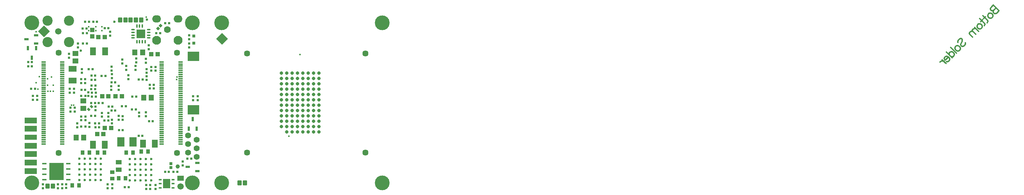
<source format=gbs>
G04 Layer_Color=16711935*
%FSAX24Y24*%
%MOIN*%
G70*
G01*
G75*
%ADD16C,0.0236*%
%ADD17C,0.0394*%
%ADD18R,0.0236X0.0394*%
%ADD19R,0.0244X0.0228*%
%ADD20R,0.0315X0.0315*%
%ADD23R,0.0228X0.0244*%
%ADD24R,0.0354X0.0394*%
%ADD26R,0.0394X0.0394*%
%ADD27R,0.0394X0.0394*%
%ADD30R,0.0244X0.0244*%
%ADD31R,0.0244X0.0244*%
%ADD34R,0.0394X0.0354*%
%ADD39R,0.1181X0.0551*%
%ADD40R,0.1181X0.0512*%
%ADD41R,0.0394X0.0236*%
%ADD58R,0.0748X0.0571*%
%ADD60R,0.0453X0.0571*%
%ADD61R,0.0571X0.0453*%
%ADD65R,0.0571X0.0433*%
%ADD69C,0.0120*%
G04:AMPARAMS|DCode=82|XSize=41.3mil|YSize=49.2mil|CornerRadius=10.3mil|HoleSize=0mil|Usage=FLASHONLY|Rotation=180.000|XOffset=0mil|YOffset=0mil|HoleType=Round|Shape=RoundedRectangle|*
%AMROUNDEDRECTD82*
21,1,0.0413,0.0285,0,0,180.0*
21,1,0.0207,0.0492,0,0,180.0*
1,1,0.0207,-0.0103,0.0143*
1,1,0.0207,0.0103,0.0143*
1,1,0.0207,0.0103,-0.0143*
1,1,0.0207,-0.0103,-0.0143*
%
%ADD82ROUNDEDRECTD82*%
%ADD84C,0.0315*%
%ADD85C,0.1378*%
%ADD86C,0.0591*%
%ADD87C,0.0945*%
%ADD88R,0.1102X0.0866*%
%ADD89C,0.0630*%
%ADD90C,0.0827*%
%ADD91O,0.0827X0.0669*%
%ADD92R,0.0591X0.0512*%
%ADD93C,0.0551*%
%ADD94C,0.0157*%
%ADD116R,0.0669X0.0866*%
%ADD117R,0.0315X0.0157*%
G04:AMPARAMS|DCode=118|XSize=24.4mil|YSize=22.8mil|CornerRadius=0mil|HoleSize=0mil|Usage=FLASHONLY|Rotation=135.000|XOffset=0mil|YOffset=0mil|HoleType=Round|Shape=Rectangle|*
%AMROTATEDRECTD118*
4,1,4,0.0167,-0.0006,0.0006,-0.0167,-0.0167,0.0006,-0.0006,0.0167,0.0167,-0.0006,0.0*
%
%ADD118ROTATEDRECTD118*%

%ADD119R,0.0394X0.0118*%
%ADD120O,0.0394X0.0138*%
%ADD121R,0.0846X0.0846*%
%ADD122O,0.0138X0.0394*%
%ADD123R,0.0413X0.0177*%
%ADD124R,0.1378X0.1614*%
%ADD125P,0.0345X4X270.0*%
%ADD126R,0.0571X0.0748*%
%ADD127R,0.0374X0.0413*%
%ADD128R,0.0413X0.0236*%
%ADD129R,0.0236X0.0413*%
%ADD130R,0.0709X0.0886*%
%ADD131R,0.0283X0.0280*%
%ADD182C,0.0571*%
%ADD183P,0.1114X4X270.0*%
D16*
X018494Y025846D02*
D03*
X015374Y023169D02*
D03*
X021516Y026073D02*
D03*
X015218Y013047D02*
D03*
Y012547D02*
D03*
Y012047D02*
D03*
Y011547D02*
D03*
Y011047D02*
D03*
X015718Y013047D02*
D03*
Y012547D02*
D03*
X015719Y012047D02*
D03*
X015718Y011547D02*
D03*
Y011047D02*
D03*
X016219Y013047D02*
D03*
Y012547D02*
D03*
Y012047D02*
D03*
Y011547D02*
D03*
Y011047D02*
D03*
X016718Y013047D02*
D03*
Y012547D02*
D03*
X016718Y012047D02*
D03*
X016718Y011547D02*
D03*
Y011047D02*
D03*
X017219Y013047D02*
D03*
Y012547D02*
D03*
Y012047D02*
D03*
Y011547D02*
D03*
Y011047D02*
D03*
X019929Y013032D02*
D03*
Y012531D02*
D03*
Y012032D02*
D03*
Y011531D02*
D03*
Y011032D02*
D03*
X020429Y013032D02*
D03*
Y012531D02*
D03*
X020429Y012032D02*
D03*
X020429Y011531D02*
D03*
Y011032D02*
D03*
X020929Y013032D02*
D03*
Y012531D02*
D03*
Y012032D02*
D03*
Y011531D02*
D03*
Y011032D02*
D03*
X021429Y013032D02*
D03*
Y012531D02*
D03*
X021429Y012032D02*
D03*
X021429Y011531D02*
D03*
Y011032D02*
D03*
X021929Y013032D02*
D03*
Y012531D02*
D03*
Y012032D02*
D03*
Y011531D02*
D03*
Y011032D02*
D03*
D17*
X024400Y012333D02*
D03*
D18*
X010433Y023386D02*
D03*
X011181D02*
D03*
X010807Y022480D02*
D03*
D19*
X013234Y010677D02*
D03*
Y010307D02*
D03*
X013622D02*
D03*
X013622Y010677D02*
D03*
X014272Y022502D02*
D03*
Y022872D02*
D03*
X026248Y018520D02*
D03*
Y018890D02*
D03*
X025839Y018890D02*
D03*
Y018520D02*
D03*
X016142Y016035D02*
D03*
Y016406D02*
D03*
X011811Y010667D02*
D03*
Y010297D02*
D03*
X019803Y020864D02*
D03*
Y020494D02*
D03*
X025450Y024219D02*
D03*
Y024589D02*
D03*
X017872Y010301D02*
D03*
Y010671D02*
D03*
X025450Y023841D02*
D03*
X025450Y023471D02*
D03*
X015394Y020127D02*
D03*
X015394Y020497D02*
D03*
X018907Y016685D02*
D03*
Y017055D02*
D03*
D20*
X025907Y023867D02*
D03*
Y024517D02*
D03*
D23*
X021819Y010581D02*
D03*
X021449Y010581D02*
D03*
X023600Y025728D02*
D03*
X023230D02*
D03*
X016311Y017047D02*
D03*
X016681D02*
D03*
X015776Y016063D02*
D03*
X015406D02*
D03*
X016681Y019567D02*
D03*
X016311Y019567D02*
D03*
X025287Y013071D02*
D03*
X025657D02*
D03*
X020500Y017677D02*
D03*
X020130D02*
D03*
X015776Y018937D02*
D03*
X015406D02*
D03*
X023978Y011821D02*
D03*
X024348D02*
D03*
D24*
X015187Y010551D02*
D03*
X014557D02*
D03*
X018878Y011236D02*
D03*
X019508D02*
D03*
D26*
X016417Y024498D02*
D03*
Y025089D02*
D03*
D27*
X016998Y024429D02*
D03*
X017589D02*
D03*
X017470Y015374D02*
D03*
X016880D02*
D03*
X022510Y022835D02*
D03*
X021919D02*
D03*
X019193Y018898D02*
D03*
X018602D02*
D03*
X017343D02*
D03*
X017933D02*
D03*
X017598Y015945D02*
D03*
X018189Y015945D02*
D03*
D30*
X021463Y010243D02*
D03*
X021817D02*
D03*
X015565Y024807D02*
D03*
X015919D02*
D03*
X015531Y025217D02*
D03*
X015886D02*
D03*
X015768Y025856D02*
D03*
X016122D02*
D03*
X015925Y023819D02*
D03*
X015571D02*
D03*
X016511Y025857D02*
D03*
X016866D02*
D03*
X017933Y025276D02*
D03*
X017579D02*
D03*
X022392Y024793D02*
D03*
X022746D02*
D03*
X017923Y016624D02*
D03*
X017569D02*
D03*
X017067Y015984D02*
D03*
X016713D02*
D03*
X016344Y020413D02*
D03*
X016699D02*
D03*
X015774Y019488D02*
D03*
X015419D02*
D03*
X022067Y016575D02*
D03*
X021712D02*
D03*
X020748Y015197D02*
D03*
X021102D02*
D03*
X018209Y020197D02*
D03*
X018563Y020197D02*
D03*
X016693Y016378D02*
D03*
X017047Y016378D02*
D03*
X018917Y015718D02*
D03*
X019272D02*
D03*
X021122Y020472D02*
D03*
X020767Y020472D02*
D03*
X017657Y020787D02*
D03*
X017303Y020787D02*
D03*
X020167Y018858D02*
D03*
X020522D02*
D03*
X016398Y019213D02*
D03*
X016752Y019213D02*
D03*
X017382Y018268D02*
D03*
X017028D02*
D03*
X016338Y018268D02*
D03*
X016693D02*
D03*
X018209Y017559D02*
D03*
X018563D02*
D03*
X016398Y018858D02*
D03*
X016752Y018858D02*
D03*
X016097Y021414D02*
D03*
X016451D02*
D03*
X016344Y020827D02*
D03*
X016699D02*
D03*
X019547Y017953D02*
D03*
X019193Y017953D02*
D03*
X016358Y019882D02*
D03*
X016713D02*
D03*
X011093Y019587D02*
D03*
X010738D02*
D03*
X017943Y017933D02*
D03*
X018297D02*
D03*
X023573Y011821D02*
D03*
X023219D02*
D03*
X019823Y010404D02*
D03*
X019468D02*
D03*
X010797Y022096D02*
D03*
X010443D02*
D03*
X010797Y021693D02*
D03*
X010443D02*
D03*
D31*
X013996Y010315D02*
D03*
Y010669D02*
D03*
X021693Y023307D02*
D03*
Y023661D02*
D03*
X018091Y024921D02*
D03*
Y024567D02*
D03*
X015096Y023816D02*
D03*
Y023461D02*
D03*
X011299Y018573D02*
D03*
Y018927D02*
D03*
X015779Y016651D02*
D03*
Y017005D02*
D03*
X018268Y020965D02*
D03*
X018268Y020610D02*
D03*
X015039Y016358D02*
D03*
Y016004D02*
D03*
X015403Y017008D02*
D03*
Y016653D02*
D03*
X020797Y017018D02*
D03*
X020797Y017372D02*
D03*
X021486Y021083D02*
D03*
Y021437D02*
D03*
X018898Y019862D02*
D03*
Y019508D02*
D03*
X018267Y016358D02*
D03*
Y016712D02*
D03*
X019252Y016687D02*
D03*
Y017041D02*
D03*
X019586Y021720D02*
D03*
Y021365D02*
D03*
X020472Y021713D02*
D03*
Y021358D02*
D03*
X015748Y020138D02*
D03*
Y020492D02*
D03*
X018228Y021663D02*
D03*
Y021309D02*
D03*
X015460Y021082D02*
D03*
Y021437D02*
D03*
X016063Y018917D02*
D03*
Y019272D02*
D03*
X016732Y017933D02*
D03*
Y017579D02*
D03*
X017322Y016988D02*
D03*
Y017342D02*
D03*
X021496Y020768D02*
D03*
Y020413D02*
D03*
X021414Y017040D02*
D03*
X021414Y017394D02*
D03*
X017913Y016988D02*
D03*
Y017343D02*
D03*
X021417Y022382D02*
D03*
Y022028D02*
D03*
X020512Y022421D02*
D03*
Y022067D02*
D03*
X019213Y021959D02*
D03*
Y022313D02*
D03*
X014786Y017825D02*
D03*
Y017471D02*
D03*
X014391Y017825D02*
D03*
X014391Y017471D02*
D03*
X018278Y010303D02*
D03*
Y010657D02*
D03*
X024843Y012795D02*
D03*
Y012441D02*
D03*
X010886Y018927D02*
D03*
Y018573D02*
D03*
X018199Y019488D02*
D03*
Y019843D02*
D03*
X022323Y010581D02*
D03*
Y010226D02*
D03*
X022328Y021636D02*
D03*
X021928Y021636D02*
D03*
X022328Y021282D02*
D03*
X021928Y021282D02*
D03*
X022165Y019970D02*
D03*
X021789Y019970D02*
D03*
X022165Y019616D02*
D03*
X021789Y019616D02*
D03*
X014724Y019227D02*
D03*
X014329Y019227D02*
D03*
X014724Y019581D02*
D03*
X014329Y019581D02*
D03*
D34*
X018303Y011811D02*
D03*
Y011181D02*
D03*
D39*
X010689Y011909D02*
D03*
Y012697D02*
D03*
Y013484D02*
D03*
Y014272D02*
D03*
Y015846D02*
D03*
X010689Y016634D02*
D03*
D40*
X010689Y015059D02*
D03*
D41*
X011201Y024587D02*
D03*
Y023839D02*
D03*
X010295Y024213D02*
D03*
D58*
X014605Y021471D02*
D03*
Y020369D02*
D03*
D60*
X021220Y018760D02*
D03*
X021929D02*
D03*
X020404Y022982D02*
D03*
X021112D02*
D03*
X015630Y015039D02*
D03*
X014921D02*
D03*
D61*
X015590Y017756D02*
D03*
Y018464D02*
D03*
X014843Y022185D02*
D03*
Y022894D02*
D03*
D65*
X018898Y012726D02*
D03*
Y012018D02*
D03*
D69*
X100441Y027422D02*
X100971Y026891D01*
X100441Y027422D02*
X100213Y027194D01*
X100163Y027093D01*
Y027043D01*
X100188Y026967D01*
X100239Y026917D01*
X100314Y026891D01*
X100365D01*
X100466Y026942D01*
X100693Y027169D02*
X100466Y026942D01*
X100415Y026841D01*
Y026790D01*
X100441Y026715D01*
X100516Y026639D01*
X100592Y026614D01*
X100643D01*
X100744Y026664D01*
X100971Y026891D01*
X100019Y026647D02*
X100095Y026672D01*
X100196D01*
X100297Y026621D01*
X100347Y026571D01*
X100398Y026470D01*
Y026369D01*
X100373Y026293D01*
X100297Y026217D01*
X100221Y026192D01*
X100120Y026192D01*
X100019Y026243D01*
X099969Y026293D01*
X099918Y026394D01*
X099918Y026495D01*
X099943Y026571D01*
X100019Y026647D01*
X099448Y026429D02*
X099878Y026000D01*
X099928Y025899D01*
X099903Y025823D01*
X099852Y025773D01*
X099701Y026328D02*
X099524Y026152D01*
X099171Y026152D02*
X099600Y025722D01*
X099650Y025621D01*
X099625Y025546D01*
X099575Y025495D01*
X099423Y026051D02*
X099246Y025874D01*
X099019Y025647D02*
X099095Y025672D01*
X099196D01*
X099297Y025621D01*
X099347Y025571D01*
X099398Y025470D01*
Y025369D01*
X099373Y025293D01*
X099297Y025218D01*
X099221Y025192D01*
X099120Y025192D01*
X099019Y025243D01*
X098969Y025293D01*
X098918Y025394D01*
X098918Y025495D01*
X098943Y025571D01*
X099019Y025647D01*
X098701Y025329D02*
X099055Y024975D01*
X098802Y025228D02*
X098651D01*
X098575Y025202D01*
X098499Y025127D01*
X098474Y025051D01*
X098524Y024950D01*
X098777Y024697D01*
X098524Y024950D02*
X098373D01*
X098297Y024925D01*
X098221Y024849D01*
X098196Y024773D01*
X098247Y024672D01*
X098499Y024420D01*
X097108Y023937D02*
Y024038D01*
X097158Y024139D01*
X097259Y024240D01*
X097360Y024291D01*
X097461Y024291D01*
X097512Y024240D01*
X097537Y024165D01*
Y024114D01*
X097512Y024038D01*
X097411Y023836D01*
X097386Y023761D01*
X097386Y023710D01*
X097411Y023634D01*
X097487Y023559D01*
X097588D01*
X097689Y023609D01*
X097790Y023710D01*
X097840Y023811D01*
Y023912D01*
X096964Y023592D02*
X097040Y023617D01*
X097141D01*
X097242Y023566D01*
X097292Y023516D01*
X097343Y023415D01*
Y023314D01*
X097317Y023238D01*
X097242Y023162D01*
X097166Y023137D01*
X097065Y023137D01*
X096964Y023188D01*
X096913Y023238D01*
X096863Y023339D01*
X096863Y023440D01*
X096888Y023516D01*
X096964Y023592D01*
X096469Y023450D02*
X096999Y022920D01*
X096055Y023036D02*
X096585Y022506D01*
X096308Y022784D02*
X096308Y022885D01*
X096333Y022960D01*
X096409Y023036D01*
X096484Y023061D01*
X096585D01*
X096686Y023011D01*
X096737Y022960D01*
X096787Y022859D01*
Y022758D01*
X096762Y022683D01*
X096686Y022607D01*
X096611Y022582D01*
X096510Y022582D01*
X096242Y022566D02*
X095939Y022263D01*
X095888Y022314D01*
X095863Y022390D01*
X095863Y022440D01*
X095888Y022516D01*
X095964Y022592D01*
X096040Y022617D01*
X096141D01*
X096242Y022566D01*
X096292Y022516D01*
X096343Y022415D01*
Y022314D01*
X096318Y022238D01*
X096242Y022162D01*
X096166Y022137D01*
X096065Y022137D01*
X095674Y022301D02*
X096027Y021948D01*
X095825Y022150D02*
X095724Y022200D01*
X095623D01*
X095548Y022175D01*
X095472Y022099D01*
D82*
X030167Y010806D02*
D03*
X030659D02*
D03*
X019016Y026033D02*
D03*
X019508D02*
D03*
X020000D02*
D03*
X020492D02*
D03*
X020984D02*
D03*
X012264Y010492D02*
D03*
X012756D02*
D03*
D84*
X034069Y020056D02*
D03*
Y020556D02*
D03*
Y019556D02*
D03*
X037569Y021056D02*
D03*
Y015556D02*
D03*
X037069Y021056D02*
D03*
Y020556D02*
D03*
Y020056D02*
D03*
Y019556D02*
D03*
Y019056D02*
D03*
Y018556D02*
D03*
Y018056D02*
D03*
Y017556D02*
D03*
Y017056D02*
D03*
Y016556D02*
D03*
Y016056D02*
D03*
Y015556D02*
D03*
X036569Y021056D02*
D03*
Y020556D02*
D03*
Y020056D02*
D03*
Y019556D02*
D03*
Y019056D02*
D03*
Y018556D02*
D03*
Y018056D02*
D03*
Y017556D02*
D03*
Y017056D02*
D03*
Y016556D02*
D03*
Y016056D02*
D03*
Y015556D02*
D03*
X036069Y021056D02*
D03*
Y020556D02*
D03*
Y020056D02*
D03*
Y019556D02*
D03*
Y019056D02*
D03*
Y018556D02*
D03*
Y018056D02*
D03*
Y017556D02*
D03*
Y017056D02*
D03*
Y016556D02*
D03*
Y016056D02*
D03*
Y015556D02*
D03*
X035569Y021056D02*
D03*
Y020556D02*
D03*
Y020056D02*
D03*
Y019556D02*
D03*
X035069Y021056D02*
D03*
Y020056D02*
D03*
Y019556D02*
D03*
Y019056D02*
D03*
Y018556D02*
D03*
Y018056D02*
D03*
Y015556D02*
D03*
X034569Y020056D02*
D03*
Y019556D02*
D03*
Y018556D02*
D03*
Y017556D02*
D03*
Y017056D02*
D03*
Y016556D02*
D03*
Y016056D02*
D03*
Y015556D02*
D03*
X034069Y021056D02*
D03*
Y019056D02*
D03*
Y018556D02*
D03*
Y018056D02*
D03*
Y016556D02*
D03*
Y016056D02*
D03*
X037569D02*
D03*
Y016556D02*
D03*
Y017056D02*
D03*
Y017556D02*
D03*
Y018056D02*
D03*
Y018556D02*
D03*
Y019056D02*
D03*
Y019556D02*
D03*
Y020056D02*
D03*
Y020556D02*
D03*
X035569Y016056D02*
D03*
Y015556D02*
D03*
Y016556D02*
D03*
X035069D02*
D03*
Y016056D02*
D03*
X034569Y019056D02*
D03*
Y018056D02*
D03*
X034069Y017556D02*
D03*
Y017056D02*
D03*
X035069Y017556D02*
D03*
Y017056D02*
D03*
X035569Y018056D02*
D03*
Y017556D02*
D03*
X035069Y020556D02*
D03*
X034569Y021056D02*
D03*
Y020556D02*
D03*
X035569Y019056D02*
D03*
Y018556D02*
D03*
Y017056D02*
D03*
D85*
X028504Y010786D02*
D03*
X043465D02*
D03*
Y025746D02*
D03*
X028504D02*
D03*
X010787Y025748D02*
D03*
X025748D02*
D03*
Y010787D02*
D03*
X010787D02*
D03*
D86*
X013268Y024970D02*
D03*
X024656Y010453D02*
D03*
D87*
X014268Y023970D02*
D03*
Y025970D02*
D03*
X012268D02*
D03*
Y023970D02*
D03*
D88*
X025866Y017622D02*
D03*
Y022638D02*
D03*
D89*
X023415Y025118D02*
D03*
D90*
X022415Y024118D02*
D03*
X024415D02*
D03*
D91*
X022415Y026118D02*
D03*
X024415D02*
D03*
D92*
X024656Y011240D02*
D03*
D93*
X025354Y013638D02*
D03*
X026142Y014032D02*
D03*
X025354Y014426D02*
D03*
X026142Y014819D02*
D03*
X025354Y015213D02*
D03*
X026142Y013244D02*
D03*
D94*
X021467Y026309D02*
D03*
X034764Y015157D02*
D03*
X016742Y025039D02*
D03*
Y025384D02*
D03*
X035779Y022785D02*
D03*
X011181Y020157D02*
D03*
X012776Y019350D02*
D03*
X012520Y019370D02*
D03*
X012785Y019941D02*
D03*
X012269Y020531D02*
D03*
Y019941D02*
D03*
X012285Y019350D02*
D03*
X011476Y020719D02*
D03*
X012608Y020709D02*
D03*
X020940Y025069D02*
D03*
X020610D02*
D03*
X021270D02*
D03*
Y024739D02*
D03*
X020610D02*
D03*
X020940D02*
D03*
X021270Y024409D02*
D03*
X020610D02*
D03*
X020940D02*
D03*
X016102Y025039D02*
D03*
X017319Y025394D02*
D03*
Y025039D02*
D03*
X016102Y025394D02*
D03*
X011348Y019557D02*
D03*
X014485Y018061D02*
D03*
X014692D02*
D03*
X024321Y020679D02*
D03*
X024281Y020453D02*
D03*
X011201Y024921D02*
D03*
D116*
X023356Y010718D02*
D03*
D117*
X023947Y010344D02*
D03*
Y010718D02*
D03*
Y011093D02*
D03*
X022766D02*
D03*
X022766Y010718D02*
D03*
X022766Y010344D02*
D03*
D118*
X016351Y017926D02*
D03*
X016090Y017664D02*
D03*
D119*
X013632Y018366D02*
D03*
Y018563D02*
D03*
X011880Y015413D02*
D03*
Y015610D02*
D03*
X013632Y021909D02*
D03*
Y022106D02*
D03*
Y020728D02*
D03*
Y020925D02*
D03*
X011880Y018957D02*
D03*
Y019154D02*
D03*
Y020138D02*
D03*
Y020335D02*
D03*
Y020728D02*
D03*
Y020925D02*
D03*
X013632Y020138D02*
D03*
Y020335D02*
D03*
X011880Y021909D02*
D03*
Y022106D02*
D03*
X013632Y014823D02*
D03*
Y015020D02*
D03*
Y015217D02*
D03*
Y015807D02*
D03*
Y016004D02*
D03*
Y016201D02*
D03*
X011880Y014429D02*
D03*
Y014626D02*
D03*
Y014823D02*
D03*
Y015020D02*
D03*
Y015217D02*
D03*
Y015807D02*
D03*
Y016398D02*
D03*
X013632Y021713D02*
D03*
Y021516D02*
D03*
Y021319D02*
D03*
Y021122D02*
D03*
Y020531D02*
D03*
Y019941D02*
D03*
Y019744D02*
D03*
Y019547D02*
D03*
Y019350D02*
D03*
Y019154D02*
D03*
Y018957D02*
D03*
Y018760D02*
D03*
Y018169D02*
D03*
Y017579D02*
D03*
Y016988D02*
D03*
Y016398D02*
D03*
X011880Y021713D02*
D03*
Y021516D02*
D03*
Y021319D02*
D03*
Y021122D02*
D03*
Y020531D02*
D03*
Y019941D02*
D03*
Y019744D02*
D03*
Y019547D02*
D03*
Y019350D02*
D03*
Y018760D02*
D03*
Y018169D02*
D03*
Y017579D02*
D03*
Y016988D02*
D03*
X024656Y017972D02*
D03*
Y017382D02*
D03*
Y017579D02*
D03*
Y014429D02*
D03*
Y014626D02*
D03*
Y014823D02*
D03*
Y015020D02*
D03*
Y015217D02*
D03*
Y015413D02*
D03*
Y015610D02*
D03*
Y015807D02*
D03*
Y016004D02*
D03*
X022904Y014429D02*
D03*
Y014626D02*
D03*
Y014823D02*
D03*
Y015020D02*
D03*
Y015217D02*
D03*
Y015413D02*
D03*
Y015610D02*
D03*
Y015807D02*
D03*
Y016004D02*
D03*
X024656Y022106D02*
D03*
Y021909D02*
D03*
Y021713D02*
D03*
Y021516D02*
D03*
Y021319D02*
D03*
Y021122D02*
D03*
Y020925D02*
D03*
Y020728D02*
D03*
Y020531D02*
D03*
Y020335D02*
D03*
Y020138D02*
D03*
Y019941D02*
D03*
Y019744D02*
D03*
Y019547D02*
D03*
Y019350D02*
D03*
Y019154D02*
D03*
Y018957D02*
D03*
Y018760D02*
D03*
Y018563D02*
D03*
Y018366D02*
D03*
Y018169D02*
D03*
Y017776D02*
D03*
Y017185D02*
D03*
Y016594D02*
D03*
X022904Y022106D02*
D03*
Y021909D02*
D03*
Y021713D02*
D03*
Y021516D02*
D03*
Y021319D02*
D03*
Y021122D02*
D03*
Y020925D02*
D03*
Y020728D02*
D03*
Y020531D02*
D03*
Y020335D02*
D03*
Y020138D02*
D03*
Y019941D02*
D03*
Y019744D02*
D03*
Y019547D02*
D03*
Y019350D02*
D03*
Y019154D02*
D03*
Y018957D02*
D03*
Y018760D02*
D03*
Y018563D02*
D03*
Y018366D02*
D03*
Y018169D02*
D03*
Y017972D02*
D03*
Y017776D02*
D03*
Y017579D02*
D03*
Y017382D02*
D03*
Y017185D02*
D03*
Y016594D02*
D03*
X011880Y016791D02*
D03*
Y016594D02*
D03*
X022904Y016398D02*
D03*
Y016201D02*
D03*
Y016988D02*
D03*
Y016791D02*
D03*
X024656Y016988D02*
D03*
Y016791D02*
D03*
Y016398D02*
D03*
Y016201D02*
D03*
X013632Y017382D02*
D03*
Y017185D02*
D03*
Y017972D02*
D03*
Y017776D02*
D03*
Y016791D02*
D03*
Y016594D02*
D03*
X011880Y016201D02*
D03*
Y016004D02*
D03*
X013632Y015610D02*
D03*
Y015413D02*
D03*
X011880Y018563D02*
D03*
Y018366D02*
D03*
Y017972D02*
D03*
Y017776D02*
D03*
Y017382D02*
D03*
Y017185D02*
D03*
X013632Y014626D02*
D03*
Y014429D02*
D03*
D120*
X020236Y024862D02*
D03*
Y024606D02*
D03*
X021693Y024350D02*
D03*
X021693Y024606D02*
D03*
X021693Y024862D02*
D03*
X021693Y025118D02*
D03*
X020236Y025118D02*
D03*
Y024350D02*
D03*
D121*
X020965Y024734D02*
D03*
D122*
X020581Y024006D02*
D03*
X020837Y024006D02*
D03*
X021093Y024006D02*
D03*
X021348Y024006D02*
D03*
X021093Y025463D02*
D03*
X020837D02*
D03*
X020581D02*
D03*
D123*
X011959Y011096D02*
D03*
X011959Y011596D02*
D03*
X011959Y012096D02*
D03*
Y012596D02*
D03*
X014203D02*
D03*
Y012096D02*
D03*
X014203Y011596D02*
D03*
X014203Y011096D02*
D03*
D124*
X013081Y011846D02*
D03*
D125*
X022552Y025229D02*
D03*
X022802Y025480D02*
D03*
D126*
X022254Y014468D02*
D03*
X021152D02*
D03*
X016486Y014370D02*
D03*
X017589Y014370D02*
D03*
X017608Y023081D02*
D03*
X016506Y023081D02*
D03*
D127*
X016929Y013628D02*
D03*
X017559D02*
D03*
X015522Y013632D02*
D03*
X016152D02*
D03*
X021624Y013720D02*
D03*
X020994D02*
D03*
X020215Y013622D02*
D03*
X019585D02*
D03*
D128*
X026240Y012657D02*
D03*
Y011909D02*
D03*
X025335Y012283D02*
D03*
D129*
X026161Y015846D02*
D03*
X025413D02*
D03*
X025787Y016752D02*
D03*
D130*
X019085Y014626D02*
D03*
X020226D02*
D03*
D131*
X023770Y012220D02*
D03*
Y012583D02*
D03*
D182*
X041890Y013620D02*
D03*
X041890Y022912D02*
D03*
X030866Y013620D02*
D03*
X030866Y022912D02*
D03*
X013307Y013583D02*
D03*
Y022953D02*
D03*
X024331Y013583D02*
D03*
Y022953D02*
D03*
D183*
X028514Y024272D02*
D03*
X011909Y024951D02*
D03*
M02*

</source>
